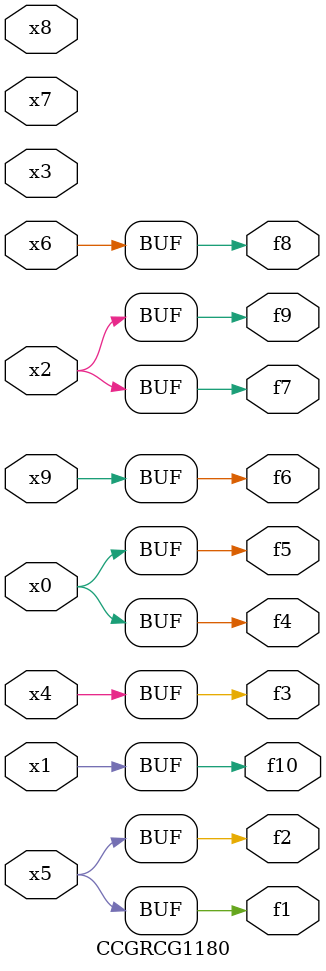
<source format=v>
module CCGRCG1180(
	input x0, x1, x2, x3, x4, x5, x6, x7, x8, x9,
	output f1, f2, f3, f4, f5, f6, f7, f8, f9, f10
);
	assign f1 = x5;
	assign f2 = x5;
	assign f3 = x4;
	assign f4 = x0;
	assign f5 = x0;
	assign f6 = x9;
	assign f7 = x2;
	assign f8 = x6;
	assign f9 = x2;
	assign f10 = x1;
endmodule

</source>
